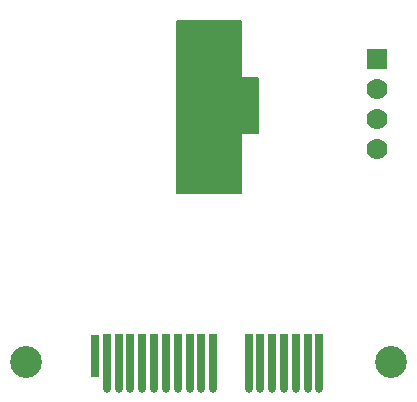
<source format=gbs>
G04 #@! TF.GenerationSoftware,KiCad,Pcbnew,(5.99.0-8491-gb8dfcb34c4)*
G04 #@! TF.CreationDate,2021-01-21T08:47:48+01:00*
G04 #@! TF.ProjectId,TMC2209_Driver,544d4332-3230-4395-9f44-72697665722e,rev?*
G04 #@! TF.SameCoordinates,PX67f3540PY6cb8080*
G04 #@! TF.FileFunction,Soldermask,Bot*
G04 #@! TF.FilePolarity,Negative*
%FSLAX46Y46*%
G04 Gerber Fmt 4.6, Leading zero omitted, Abs format (unit mm)*
G04 Created by KiCad (PCBNEW (5.99.0-8491-gb8dfcb34c4)) date 2021-01-21 08:47:48*
%MOMM*%
%LPD*%
G01*
G04 APERTURE LIST*
%ADD10C,2.700000*%
%ADD11O,0.650000X0.650000*%
%ADD12R,0.650000X3.600000*%
%ADD13R,0.650000X4.600000*%
%ADD14R,1.778000X1.778000*%
%ADD15C,1.778000*%
G04 APERTURE END LIST*
D10*
X2800000Y3256000D03*
X33750000Y3256000D03*
D11*
X27652800Y1014800D03*
X26652800Y1014800D03*
X22652800Y1014800D03*
X11652800Y1014800D03*
X14652800Y1014800D03*
X9652800Y1014800D03*
X24652800Y1014800D03*
X12652800Y1014800D03*
X21652800Y1014800D03*
X10652800Y1014800D03*
X25652800Y1014800D03*
X15652800Y1014800D03*
X13652800Y1014800D03*
X16652800Y1014800D03*
X18652800Y1014800D03*
X23652800Y1014800D03*
X17652800Y1014800D03*
D12*
X8652800Y3814800D03*
D13*
X9652800Y3314800D03*
X10652800Y3314800D03*
X11652800Y3314800D03*
X12652800Y3314800D03*
X13652800Y3314800D03*
X14652800Y3314800D03*
X15652800Y3314800D03*
X16652800Y3314800D03*
X17652800Y3314800D03*
X18652800Y3314800D03*
X21652800Y3314800D03*
X22652800Y3314800D03*
X23652800Y3314800D03*
X24652800Y3314800D03*
X25652800Y3314800D03*
X26652800Y3314800D03*
X27652800Y3314800D03*
D14*
X32551398Y28948602D03*
D15*
X32551398Y26408602D03*
X32551398Y23868602D03*
X32551398Y21328602D03*
G36*
X21037834Y32179644D02*
G01*
X21084471Y32126113D01*
X21095998Y32073464D01*
X21095998Y27442717D01*
X21100473Y27427478D01*
X21101863Y27426273D01*
X21109546Y27424602D01*
X22405098Y27424602D01*
X22473219Y27404600D01*
X22519712Y27350944D01*
X22531098Y27298602D01*
X22531098Y22723904D01*
X22511096Y22655783D01*
X22457440Y22609290D01*
X22405798Y22597906D01*
X21114113Y22590730D01*
X21098898Y22586170D01*
X21097581Y22584633D01*
X21095998Y22577259D01*
X21095998Y17601890D01*
X21075996Y17533769D01*
X21022340Y17487276D01*
X20969882Y17475890D01*
X15607771Y17480842D01*
X15539668Y17500907D01*
X15493225Y17554606D01*
X15481887Y17606951D01*
X15494368Y32059239D01*
X15514429Y32127342D01*
X15568125Y32173789D01*
X15620030Y32185130D01*
X20969660Y32199464D01*
X21037834Y32179644D01*
G37*
M02*

</source>
